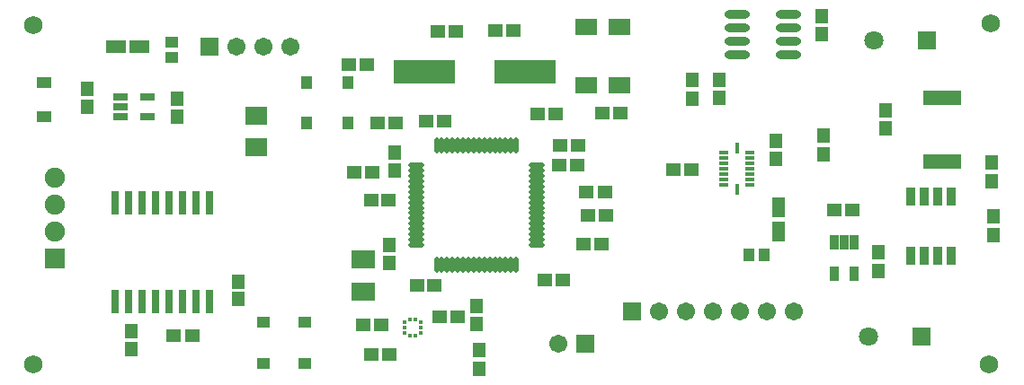
<source format=gts>
G04*
G04 #@! TF.GenerationSoftware,Altium Limited,Altium Designer,19.0.14 (431)*
G04*
G04 Layer_Color=8388736*
%FSLAX25Y25*%
%MOIN*%
G70*
G01*
G75*
%ADD47R,0.03556X0.06706*%
%ADD48R,0.04737X0.05328*%
%ADD49O,0.09461X0.03162*%
%ADD50R,0.08280X0.05918*%
%ADD51R,0.22847X0.09068*%
%ADD52R,0.03084X0.08832*%
%ADD53R,0.01772X0.01575*%
%ADD54R,0.01575X0.01772*%
%ADD55R,0.03642X0.01575*%
%ADD56R,0.01772X0.03839*%
%ADD57R,0.05564X0.03123*%
%ADD58O,0.05918X0.01981*%
%ADD59O,0.01981X0.05918*%
%ADD60R,0.04343X0.04737*%
%ADD61R,0.04737X0.04343*%
%ADD62R,0.05328X0.04737*%
%ADD63R,0.04343X0.04934*%
%ADD64R,0.04934X0.04343*%
%ADD65R,0.04934X0.07493*%
%ADD66R,0.07493X0.04934*%
%ADD67R,0.05403X0.04202*%
%ADD68R,0.04934X0.05524*%
%ADD69R,0.05524X0.04934*%
%ADD70R,0.08280X0.06902*%
%ADD71R,0.05721X0.05131*%
%ADD72R,0.08674X0.06902*%
%ADD73R,0.03359X0.05524*%
%ADD74R,0.13989X0.05721*%
%ADD75C,0.07099*%
%ADD76R,0.07099X0.07099*%
%ADD77C,0.06800*%
%ADD78C,0.07493*%
%ADD79R,0.07493X0.07493*%
%ADD80C,0.06706*%
%ADD81R,0.06706X0.06706*%
D47*
X352200Y74125D02*
D03*
X347200D02*
D03*
X342200D02*
D03*
X337200D02*
D03*
Y52275D02*
D03*
X342200D02*
D03*
X347200D02*
D03*
X352200D02*
D03*
D48*
X266200Y110855D02*
D03*
Y117745D02*
D03*
X255900Y110555D02*
D03*
Y117445D02*
D03*
X177165Y17224D02*
D03*
Y10335D02*
D03*
X87598Y42717D02*
D03*
Y36220D02*
D03*
X175984Y26969D02*
D03*
Y33465D02*
D03*
X367700Y66800D02*
D03*
Y59910D02*
D03*
X327866Y106398D02*
D03*
Y99508D02*
D03*
X324900Y46755D02*
D03*
Y53645D02*
D03*
X366929Y86910D02*
D03*
Y80020D02*
D03*
X304823Y96850D02*
D03*
Y89961D02*
D03*
D49*
X291579Y127015D02*
D03*
Y132015D02*
D03*
Y137015D02*
D03*
Y142015D02*
D03*
X272682Y127015D02*
D03*
Y132015D02*
D03*
Y137015D02*
D03*
Y142015D02*
D03*
D50*
X229134Y115748D02*
D03*
Y137402D02*
D03*
X216535D02*
D03*
Y115748D02*
D03*
D51*
X193996Y120669D02*
D03*
X156595D02*
D03*
D52*
X42047Y72067D02*
D03*
X47047D02*
D03*
X52047D02*
D03*
X57047D02*
D03*
X62047D02*
D03*
X67047D02*
D03*
X72047D02*
D03*
X77047D02*
D03*
Y35413D02*
D03*
X72047D02*
D03*
X67047D02*
D03*
X62047D02*
D03*
X57047D02*
D03*
X52047D02*
D03*
X47047D02*
D03*
X42047D02*
D03*
D53*
X149488Y23622D02*
D03*
Y25591D02*
D03*
Y27559D02*
D03*
X155512D02*
D03*
Y25591D02*
D03*
Y23622D02*
D03*
D54*
X151516Y28602D02*
D03*
X153484D02*
D03*
Y22579D02*
D03*
X151516D02*
D03*
D55*
X277421Y78740D02*
D03*
Y80709D02*
D03*
Y82677D02*
D03*
Y84646D02*
D03*
Y86614D02*
D03*
Y88583D02*
D03*
X267854Y78740D02*
D03*
Y80709D02*
D03*
Y82677D02*
D03*
Y84646D02*
D03*
Y86614D02*
D03*
Y88583D02*
D03*
X277421Y90551D02*
D03*
X267854D02*
D03*
D56*
X272638Y76910D02*
D03*
Y92382D02*
D03*
D57*
X53917Y111417D02*
D03*
Y103937D02*
D03*
X44035D02*
D03*
Y107677D02*
D03*
Y111417D02*
D03*
D58*
X198228Y85827D02*
D03*
Y83858D02*
D03*
Y81890D02*
D03*
Y79921D02*
D03*
Y77953D02*
D03*
Y75984D02*
D03*
Y74016D02*
D03*
Y72047D02*
D03*
Y70079D02*
D03*
Y68110D02*
D03*
Y66142D02*
D03*
Y64173D02*
D03*
Y62205D02*
D03*
Y60236D02*
D03*
Y58268D02*
D03*
Y56299D02*
D03*
X153740D02*
D03*
Y58268D02*
D03*
Y60236D02*
D03*
Y62205D02*
D03*
Y64173D02*
D03*
Y66142D02*
D03*
Y68110D02*
D03*
Y70079D02*
D03*
Y72047D02*
D03*
Y74016D02*
D03*
Y75984D02*
D03*
Y77953D02*
D03*
Y79921D02*
D03*
Y81890D02*
D03*
Y83858D02*
D03*
Y85827D02*
D03*
D59*
X190748Y48819D02*
D03*
X188779D02*
D03*
X186811D02*
D03*
X184843D02*
D03*
X182874D02*
D03*
X180905D02*
D03*
X178937D02*
D03*
X176969D02*
D03*
X175000D02*
D03*
X173031D02*
D03*
X171063D02*
D03*
X169095D02*
D03*
X167126D02*
D03*
X165157D02*
D03*
X163189D02*
D03*
X161221D02*
D03*
Y93307D02*
D03*
X163189D02*
D03*
X165157D02*
D03*
X167126D02*
D03*
X169095D02*
D03*
X171063D02*
D03*
X173031D02*
D03*
X175000D02*
D03*
X176969D02*
D03*
X178937D02*
D03*
X180905D02*
D03*
X182874D02*
D03*
X184843D02*
D03*
X186811D02*
D03*
X188779D02*
D03*
X190748D02*
D03*
D60*
X112992Y101476D02*
D03*
Y116634D02*
D03*
X128347D02*
D03*
Y101476D02*
D03*
D61*
X97047Y12205D02*
D03*
X112205D02*
D03*
Y27559D02*
D03*
X97047D02*
D03*
D62*
X63779Y22638D02*
D03*
X70669D02*
D03*
X162402Y29528D02*
D03*
X168898D02*
D03*
X217520Y67323D02*
D03*
X224016D02*
D03*
X215748Y56496D02*
D03*
X222244D02*
D03*
X223721Y75787D02*
D03*
X216831D02*
D03*
X153937Y41339D02*
D03*
X160433D02*
D03*
X143405Y72933D02*
D03*
X136909D02*
D03*
X137303Y83268D02*
D03*
X130807D02*
D03*
X308610Y69300D02*
D03*
X315500D02*
D03*
D63*
X277165Y52756D02*
D03*
X282677D02*
D03*
D64*
X62992Y131496D02*
D03*
Y125984D02*
D03*
D65*
X288189Y61319D02*
D03*
Y70177D02*
D03*
D66*
X51181Y129921D02*
D03*
X42323D02*
D03*
D67*
X15748Y103789D02*
D03*
Y116683D02*
D03*
D68*
X48130Y17717D02*
D03*
Y24409D02*
D03*
X286900Y94893D02*
D03*
Y88200D02*
D03*
X145866Y90650D02*
D03*
Y83957D02*
D03*
X143602Y56398D02*
D03*
Y49705D02*
D03*
X31791Y107579D02*
D03*
Y114272D02*
D03*
X65059Y110728D02*
D03*
Y104035D02*
D03*
X304035Y134507D02*
D03*
Y141200D02*
D03*
D69*
X134153Y26476D02*
D03*
X140847D02*
D03*
X136909Y15748D02*
D03*
X143602D02*
D03*
X249016Y84153D02*
D03*
X255709D02*
D03*
X146063Y101673D02*
D03*
X139370D02*
D03*
X164173Y102362D02*
D03*
X157480D02*
D03*
X213779Y93110D02*
D03*
X207087D02*
D03*
X213287Y85827D02*
D03*
X206594D02*
D03*
X208071Y43307D02*
D03*
X201378D02*
D03*
X128839Y123425D02*
D03*
X135531D02*
D03*
X161811Y135728D02*
D03*
X168504D02*
D03*
X189665Y135925D02*
D03*
X182972D02*
D03*
D70*
X94488Y104331D02*
D03*
Y92716D02*
D03*
D71*
X198721Y105020D02*
D03*
X205413D02*
D03*
X229528Y105217D02*
D03*
X222835D02*
D03*
D72*
X134153Y39075D02*
D03*
Y51083D02*
D03*
D73*
X316100Y45686D02*
D03*
X308620D02*
D03*
Y57300D02*
D03*
X312360D02*
D03*
X316100D02*
D03*
D74*
X348600Y87389D02*
D03*
Y111011D02*
D03*
D75*
X321458Y22300D02*
D03*
X323215Y132100D02*
D03*
D76*
X341143Y22300D02*
D03*
X342900Y132100D02*
D03*
D77*
X11811Y11811D02*
D03*
Y137795D02*
D03*
X366142Y11811D02*
D03*
X366535Y138583D02*
D03*
D78*
X19685Y81181D02*
D03*
Y71181D02*
D03*
Y61181D02*
D03*
D79*
Y51181D02*
D03*
D80*
X107185Y129921D02*
D03*
X97185D02*
D03*
X87185D02*
D03*
X206437Y19488D02*
D03*
X293779Y31496D02*
D03*
X283780D02*
D03*
X273780D02*
D03*
X263779D02*
D03*
X243779D02*
D03*
X253780D02*
D03*
D81*
X77185Y129921D02*
D03*
X216437Y19488D02*
D03*
X233780Y31496D02*
D03*
M02*

</source>
